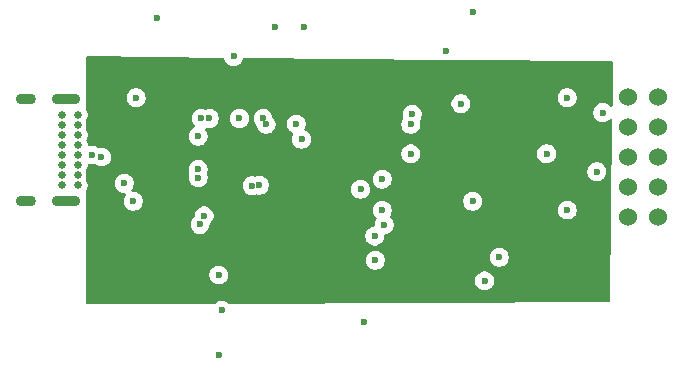
<source format=gbr>
%TF.GenerationSoftware,KiCad,Pcbnew,9.0.3*%
%TF.CreationDate,2025-07-20T22:32:54-06:00*%
%TF.ProjectId,bare_mega_1284,62617265-5f6d-4656-9761-5f313238342e,rev?*%
%TF.SameCoordinates,Original*%
%TF.FileFunction,Copper,L2,Inr*%
%TF.FilePolarity,Positive*%
%FSLAX46Y46*%
G04 Gerber Fmt 4.6, Leading zero omitted, Abs format (unit mm)*
G04 Created by KiCad (PCBNEW 9.0.3) date 2025-07-20 22:32:54*
%MOMM*%
%LPD*%
G01*
G04 APERTURE LIST*
%TA.AperFunction,ComponentPad*%
%ADD10C,0.650000*%
%TD*%
%TA.AperFunction,ComponentPad*%
%ADD11O,1.700000X0.900000*%
%TD*%
%TA.AperFunction,ComponentPad*%
%ADD12O,2.400000X0.900000*%
%TD*%
%TA.AperFunction,ComponentPad*%
%ADD13C,1.524000*%
%TD*%
%TA.AperFunction,ViaPad*%
%ADD14C,0.600000*%
%TD*%
G04 APERTURE END LIST*
D10*
%TO.N,GND*%
%TO.C,J1*%
X121860000Y-95675000D03*
%TO.N,+5V*%
X121860000Y-96525000D03*
%TO.N,Net-(J1-CC1)*%
X121860000Y-97375000D03*
%TO.N,/D_P*%
X121860000Y-98225000D03*
%TO.N,/D_N*%
X121860000Y-99075000D03*
%TO.N,unconnected-(J1-SBU1-PadA8)*%
X121860000Y-99925000D03*
%TO.N,+5V*%
X121860000Y-100775000D03*
%TO.N,GND*%
X121860000Y-101625000D03*
X120510000Y-101625000D03*
%TO.N,+5V*%
X120510000Y-100775000D03*
%TO.N,Net-(J1-CC2)*%
X120510000Y-99925000D03*
%TO.N,/D_P*%
X120510000Y-99075000D03*
%TO.N,/D_N*%
X120510000Y-98225000D03*
%TO.N,unconnected-(J1-SBU2-PadB8)*%
X120510000Y-97375000D03*
%TO.N,+5V*%
X120510000Y-96525000D03*
%TO.N,GND*%
X120510000Y-95675000D03*
D11*
X117500000Y-94325000D03*
X117500000Y-102975000D03*
D12*
X120880000Y-94325000D03*
X120880000Y-102975000D03*
%TD*%
D13*
%TO.N,GND*%
%TO.C,CON1*%
X168410000Y-94140000D03*
%TO.N,/MISO*%
X170950000Y-94140000D03*
%TO.N,GND*%
X168410000Y-96680000D03*
%TO.N,/SCK*%
X170950000Y-96680000D03*
%TO.N,unconnected-(CON1-Pad6)*%
X168410000Y-99220000D03*
%TO.N,/RES*%
X170950000Y-99220000D03*
%TO.N,unconnected-(CON1-Pad4)*%
X168410000Y-101760000D03*
%TO.N,unconnected-(CON1-Pad3)*%
X170950000Y-101760000D03*
%TO.N,+5V*%
X168410000Y-104300000D03*
%TO.N,/MOSI*%
X170950000Y-104300000D03*
%TD*%
D14*
%TO.N,Net-(U2-RESET#)*%
X140800000Y-97730000D03*
X140359999Y-96442812D03*
%TO.N,+5V*%
X136050000Y-92980000D03*
X136300000Y-92230000D03*
X136300000Y-92230000D03*
X136300000Y-92230000D03*
X136300000Y-92230000D03*
X136300000Y-92230000D03*
X136300000Y-92230000D03*
X136300000Y-92230000D03*
X135300000Y-92230000D03*
X135300000Y-92230000D03*
X135300000Y-92230000D03*
X166550000Y-104230000D03*
%TO.N,Net-(U1-(PCINT26{slash}RXD1{slash}INT0)_PD2)*%
X146050000Y-113230000D03*
%TO.N,/MISO*%
X150166835Y-95613165D03*
X166300000Y-95480000D03*
%TO.N,/SCK*%
X150050000Y-96480000D03*
X165800000Y-100480000D03*
%TO.N,Net-(U1-(PCINT26{slash}RXD1{slash}INT0)_PD2)*%
X147800000Y-104980000D03*
%TO.N,/TXD*%
X147636835Y-101114010D03*
X132202760Y-104950713D03*
%TO.N,/RXD*%
X132550000Y-104230000D03*
X147636835Y-103730000D03*
%TO.N,/XTAL2*%
X147050000Y-107980000D03*
X146994153Y-105937318D03*
%TO.N,Net-(J1-CC1)*%
X125800000Y-101480000D03*
%TO.N,+5V*%
X123300000Y-95730000D03*
X123050000Y-100730000D03*
X146050000Y-91730000D03*
X153550000Y-91480000D03*
X155300000Y-91730000D03*
X144300000Y-94480000D03*
X145800000Y-96730000D03*
X147300000Y-97980000D03*
X154300000Y-105950802D03*
X151800000Y-107730000D03*
X123300000Y-105730000D03*
X129300000Y-101480000D03*
X137800000Y-104480000D03*
X142550000Y-103480000D03*
X133300000Y-93230000D03*
%TO.N,GND*%
X126800000Y-94230000D03*
X126550000Y-102980000D03*
X157551000Y-107730000D03*
X156300000Y-109730000D03*
X133800000Y-109230000D03*
X133800000Y-115980000D03*
X134050000Y-112230000D03*
X133000003Y-95980000D03*
X132300000Y-95980000D03*
X132050000Y-97480000D03*
X132050000Y-100279997D03*
X132050000Y-100980000D03*
X136605297Y-101661942D03*
X137235671Y-101631975D03*
X137800000Y-96480000D03*
X137550000Y-95980000D03*
X135550000Y-95980000D03*
X145800000Y-101980000D03*
X154300000Y-94730000D03*
X150050000Y-98980000D03*
X155300000Y-102980000D03*
X161550000Y-98970000D03*
X163300000Y-103730000D03*
X163300000Y-94230000D03*
X155300000Y-86980000D03*
X153050000Y-90230000D03*
X141050000Y-88230000D03*
X138550000Y-88230000D03*
X135050000Y-90730000D03*
X128550000Y-87480000D03*
%TO.N,/D_P*%
X123864232Y-99243871D03*
%TO.N,/D_N*%
X123082256Y-99075000D03*
%TD*%
%TA.AperFunction,Conductor*%
%TO.N,+5V*%
G36*
X134154166Y-90835492D02*
G01*
X134221020Y-90855784D01*
X134266293Y-90909002D01*
X134274652Y-90935292D01*
X134280262Y-90963494D01*
X134280264Y-90963501D01*
X134340602Y-91109172D01*
X134340609Y-91109185D01*
X134428210Y-91240288D01*
X134428213Y-91240292D01*
X134539707Y-91351786D01*
X134539711Y-91351789D01*
X134670814Y-91439390D01*
X134670827Y-91439397D01*
X134816498Y-91499735D01*
X134816503Y-91499737D01*
X134971153Y-91530499D01*
X134971156Y-91530500D01*
X134971158Y-91530500D01*
X135128844Y-91530500D01*
X135128845Y-91530499D01*
X135283497Y-91499737D01*
X135429179Y-91439394D01*
X135560289Y-91351789D01*
X135671789Y-91240289D01*
X135759394Y-91109179D01*
X135819737Y-90963497D01*
X135822108Y-90951575D01*
X135854488Y-90889667D01*
X135915202Y-90855090D01*
X135944841Y-90851771D01*
X152833385Y-91005303D01*
X152856429Y-91007678D01*
X152952388Y-91026766D01*
X152971157Y-91030500D01*
X152971158Y-91030500D01*
X153128844Y-91030500D01*
X153150755Y-91026141D01*
X153224537Y-91011464D01*
X153249833Y-91009089D01*
X167056394Y-91134603D01*
X167123252Y-91154896D01*
X167168525Y-91208114D01*
X167179258Y-91260129D01*
X167134511Y-94884610D01*
X167114000Y-94951401D01*
X167060635Y-94996501D01*
X166991359Y-95005590D01*
X166928167Y-94975782D01*
X166922839Y-94970760D01*
X166810292Y-94858213D01*
X166810288Y-94858210D01*
X166679185Y-94770609D01*
X166679172Y-94770602D01*
X166533501Y-94710264D01*
X166533489Y-94710261D01*
X166378845Y-94679500D01*
X166378842Y-94679500D01*
X166221158Y-94679500D01*
X166221155Y-94679500D01*
X166066510Y-94710261D01*
X166066498Y-94710264D01*
X165920827Y-94770602D01*
X165920814Y-94770609D01*
X165789711Y-94858210D01*
X165789707Y-94858213D01*
X165678213Y-94969707D01*
X165678210Y-94969711D01*
X165590609Y-95100814D01*
X165590602Y-95100827D01*
X165530264Y-95246498D01*
X165530261Y-95246510D01*
X165499500Y-95401153D01*
X165499500Y-95558846D01*
X165530261Y-95713489D01*
X165530264Y-95713501D01*
X165590602Y-95859172D01*
X165590609Y-95859185D01*
X165678210Y-95990288D01*
X165678213Y-95990292D01*
X165789707Y-96101786D01*
X165789711Y-96101789D01*
X165920814Y-96189390D01*
X165920827Y-96189397D01*
X166066498Y-96249735D01*
X166066503Y-96249737D01*
X166221153Y-96280499D01*
X166221156Y-96280500D01*
X166221158Y-96280500D01*
X166378844Y-96280500D01*
X166378845Y-96280499D01*
X166533497Y-96249737D01*
X166650616Y-96201225D01*
X166679172Y-96189397D01*
X166679172Y-96189396D01*
X166679179Y-96189394D01*
X166810289Y-96101789D01*
X166907917Y-96004160D01*
X166969238Y-95970677D01*
X167038930Y-95975661D01*
X167094864Y-96017532D01*
X167119281Y-96082996D01*
X167119588Y-96093374D01*
X166930619Y-111399841D01*
X166910108Y-111466632D01*
X166856743Y-111511732D01*
X166807128Y-111522309D01*
X134655893Y-111651951D01*
X134588775Y-111632537D01*
X134567712Y-111615633D01*
X134560292Y-111608213D01*
X134560288Y-111608210D01*
X134429185Y-111520609D01*
X134429172Y-111520602D01*
X134283501Y-111460264D01*
X134283489Y-111460261D01*
X134128845Y-111429500D01*
X134128842Y-111429500D01*
X133971158Y-111429500D01*
X133971155Y-111429500D01*
X133816510Y-111460261D01*
X133816498Y-111460264D01*
X133670827Y-111520602D01*
X133670814Y-111520609D01*
X133539714Y-111608208D01*
X133539712Y-111608209D01*
X133527381Y-111620540D01*
X133466056Y-111654021D01*
X133440205Y-111656852D01*
X122674500Y-111700263D01*
X122607382Y-111680849D01*
X122561414Y-111628230D01*
X122550000Y-111576264D01*
X122550000Y-109151153D01*
X132999500Y-109151153D01*
X132999500Y-109308846D01*
X133030261Y-109463489D01*
X133030264Y-109463501D01*
X133090602Y-109609172D01*
X133090609Y-109609185D01*
X133178210Y-109740288D01*
X133178213Y-109740292D01*
X133289707Y-109851786D01*
X133289711Y-109851789D01*
X133420814Y-109939390D01*
X133420827Y-109939397D01*
X133566498Y-109999735D01*
X133566503Y-109999737D01*
X133721153Y-110030499D01*
X133721156Y-110030500D01*
X133721158Y-110030500D01*
X133878844Y-110030500D01*
X133878845Y-110030499D01*
X134033497Y-109999737D01*
X134179179Y-109939394D01*
X134310289Y-109851789D01*
X134421789Y-109740289D01*
X134481348Y-109651153D01*
X155499500Y-109651153D01*
X155499500Y-109808846D01*
X155530261Y-109963489D01*
X155530264Y-109963501D01*
X155590602Y-110109172D01*
X155590609Y-110109185D01*
X155678210Y-110240288D01*
X155678213Y-110240292D01*
X155789707Y-110351786D01*
X155789711Y-110351789D01*
X155920814Y-110439390D01*
X155920827Y-110439397D01*
X156066498Y-110499735D01*
X156066503Y-110499737D01*
X156221153Y-110530499D01*
X156221156Y-110530500D01*
X156221158Y-110530500D01*
X156378844Y-110530500D01*
X156378845Y-110530499D01*
X156533497Y-110499737D01*
X156679179Y-110439394D01*
X156810289Y-110351789D01*
X156921789Y-110240289D01*
X157009394Y-110109179D01*
X157069737Y-109963497D01*
X157100500Y-109808842D01*
X157100500Y-109651158D01*
X157100500Y-109651155D01*
X157100499Y-109651153D01*
X157069738Y-109496510D01*
X157069737Y-109496503D01*
X157056062Y-109463489D01*
X157009397Y-109350827D01*
X157009390Y-109350814D01*
X156921789Y-109219711D01*
X156921786Y-109219707D01*
X156810292Y-109108213D01*
X156810288Y-109108210D01*
X156679185Y-109020609D01*
X156679172Y-109020602D01*
X156533501Y-108960264D01*
X156533489Y-108960261D01*
X156378845Y-108929500D01*
X156378842Y-108929500D01*
X156221158Y-108929500D01*
X156221155Y-108929500D01*
X156066510Y-108960261D01*
X156066498Y-108960264D01*
X155920827Y-109020602D01*
X155920814Y-109020609D01*
X155789711Y-109108210D01*
X155789707Y-109108213D01*
X155678213Y-109219707D01*
X155678210Y-109219711D01*
X155590609Y-109350814D01*
X155590602Y-109350827D01*
X155530264Y-109496498D01*
X155530261Y-109496510D01*
X155499500Y-109651153D01*
X134481348Y-109651153D01*
X134509394Y-109609179D01*
X134569737Y-109463497D01*
X134600500Y-109308842D01*
X134600500Y-109151158D01*
X134600500Y-109151155D01*
X134600499Y-109151153D01*
X134574531Y-109020606D01*
X134569737Y-108996503D01*
X134569735Y-108996498D01*
X134509397Y-108850827D01*
X134509390Y-108850814D01*
X134421789Y-108719711D01*
X134421786Y-108719707D01*
X134310292Y-108608213D01*
X134310288Y-108608210D01*
X134179185Y-108520609D01*
X134179172Y-108520602D01*
X134033501Y-108460264D01*
X134033489Y-108460261D01*
X133878845Y-108429500D01*
X133878842Y-108429500D01*
X133721158Y-108429500D01*
X133721155Y-108429500D01*
X133566510Y-108460261D01*
X133566498Y-108460264D01*
X133420827Y-108520602D01*
X133420814Y-108520609D01*
X133289711Y-108608210D01*
X133289707Y-108608213D01*
X133178213Y-108719707D01*
X133178210Y-108719711D01*
X133090609Y-108850814D01*
X133090602Y-108850827D01*
X133030264Y-108996498D01*
X133030261Y-108996510D01*
X132999500Y-109151153D01*
X122550000Y-109151153D01*
X122550000Y-107901153D01*
X146249500Y-107901153D01*
X146249500Y-108058846D01*
X146280261Y-108213489D01*
X146280264Y-108213501D01*
X146340602Y-108359172D01*
X146340609Y-108359185D01*
X146428210Y-108490288D01*
X146428213Y-108490292D01*
X146539707Y-108601786D01*
X146539711Y-108601789D01*
X146670814Y-108689390D01*
X146670827Y-108689397D01*
X146744013Y-108719711D01*
X146816503Y-108749737D01*
X146971153Y-108780499D01*
X146971156Y-108780500D01*
X146971158Y-108780500D01*
X147128844Y-108780500D01*
X147128845Y-108780499D01*
X147283497Y-108749737D01*
X147429179Y-108689394D01*
X147560289Y-108601789D01*
X147671789Y-108490289D01*
X147759394Y-108359179D01*
X147819737Y-108213497D01*
X147850500Y-108058842D01*
X147850500Y-107901158D01*
X147850500Y-107901155D01*
X147850499Y-107901153D01*
X147819738Y-107746510D01*
X147819737Y-107746503D01*
X147780242Y-107651153D01*
X156750500Y-107651153D01*
X156750500Y-107808846D01*
X156781261Y-107963489D01*
X156781264Y-107963501D01*
X156841602Y-108109172D01*
X156841609Y-108109185D01*
X156929210Y-108240288D01*
X156929213Y-108240292D01*
X157040707Y-108351786D01*
X157040711Y-108351789D01*
X157171814Y-108439390D01*
X157171827Y-108439397D01*
X157317498Y-108499735D01*
X157317503Y-108499737D01*
X157472153Y-108530499D01*
X157472156Y-108530500D01*
X157472158Y-108530500D01*
X157629844Y-108530500D01*
X157629845Y-108530499D01*
X157784497Y-108499737D01*
X157930179Y-108439394D01*
X158061289Y-108351789D01*
X158172789Y-108240289D01*
X158260394Y-108109179D01*
X158320737Y-107963497D01*
X158351500Y-107808842D01*
X158351500Y-107651158D01*
X158351500Y-107651155D01*
X158351499Y-107651153D01*
X158320738Y-107496510D01*
X158320737Y-107496503D01*
X158320735Y-107496498D01*
X158260397Y-107350827D01*
X158260390Y-107350814D01*
X158172789Y-107219711D01*
X158172786Y-107219707D01*
X158061292Y-107108213D01*
X158061288Y-107108210D01*
X157930185Y-107020609D01*
X157930172Y-107020602D01*
X157784501Y-106960264D01*
X157784489Y-106960261D01*
X157629845Y-106929500D01*
X157629842Y-106929500D01*
X157472158Y-106929500D01*
X157472155Y-106929500D01*
X157317510Y-106960261D01*
X157317498Y-106960264D01*
X157171827Y-107020602D01*
X157171814Y-107020609D01*
X157040711Y-107108210D01*
X157040707Y-107108213D01*
X156929213Y-107219707D01*
X156929210Y-107219711D01*
X156841609Y-107350814D01*
X156841602Y-107350827D01*
X156781264Y-107496498D01*
X156781261Y-107496510D01*
X156750500Y-107651153D01*
X147780242Y-107651153D01*
X147779933Y-107650408D01*
X147759397Y-107600827D01*
X147759390Y-107600814D01*
X147671789Y-107469711D01*
X147671786Y-107469707D01*
X147560292Y-107358213D01*
X147560288Y-107358210D01*
X147429185Y-107270609D01*
X147429172Y-107270602D01*
X147283501Y-107210264D01*
X147283489Y-107210261D01*
X147128845Y-107179500D01*
X147128842Y-107179500D01*
X146971158Y-107179500D01*
X146971155Y-107179500D01*
X146816510Y-107210261D01*
X146816498Y-107210264D01*
X146670827Y-107270602D01*
X146670814Y-107270609D01*
X146539711Y-107358210D01*
X146539707Y-107358213D01*
X146428213Y-107469707D01*
X146428210Y-107469711D01*
X146340609Y-107600814D01*
X146340602Y-107600827D01*
X146280264Y-107746498D01*
X146280261Y-107746510D01*
X146249500Y-107901153D01*
X122550000Y-107901153D01*
X122550000Y-105858471D01*
X146193653Y-105858471D01*
X146193653Y-106016164D01*
X146224414Y-106170807D01*
X146224417Y-106170819D01*
X146284755Y-106316490D01*
X146284762Y-106316503D01*
X146372363Y-106447606D01*
X146372366Y-106447610D01*
X146483860Y-106559104D01*
X146483864Y-106559107D01*
X146614967Y-106646708D01*
X146614980Y-106646715D01*
X146760651Y-106707053D01*
X146760656Y-106707055D01*
X146915306Y-106737817D01*
X146915309Y-106737818D01*
X146915311Y-106737818D01*
X147072997Y-106737818D01*
X147072998Y-106737817D01*
X147227650Y-106707055D01*
X147373332Y-106646712D01*
X147504442Y-106559107D01*
X147615942Y-106447607D01*
X147703547Y-106316497D01*
X147763890Y-106170815D01*
X147794653Y-106016160D01*
X147794653Y-105899010D01*
X147814338Y-105831971D01*
X147867142Y-105786216D01*
X147894462Y-105777393D01*
X147901635Y-105775966D01*
X148033497Y-105749737D01*
X148179179Y-105689394D01*
X148310289Y-105601789D01*
X148421789Y-105490289D01*
X148509394Y-105359179D01*
X148521523Y-105329898D01*
X148569735Y-105213501D01*
X148569737Y-105213497D01*
X148600500Y-105058842D01*
X148600500Y-104901158D01*
X148600500Y-104901155D01*
X148600499Y-104901153D01*
X148569738Y-104746510D01*
X148569737Y-104746503D01*
X148557604Y-104717211D01*
X148509397Y-104600827D01*
X148509390Y-104600814D01*
X148421789Y-104469711D01*
X148421786Y-104469707D01*
X148305982Y-104353903D01*
X148307487Y-104352397D01*
X148273579Y-104302629D01*
X148271701Y-104232785D01*
X148288471Y-104195618D01*
X148346229Y-104109179D01*
X148406572Y-103963497D01*
X148437335Y-103808842D01*
X148437335Y-103651158D01*
X148437335Y-103651155D01*
X148437334Y-103651153D01*
X148411366Y-103520606D01*
X148406572Y-103496503D01*
X148403998Y-103490288D01*
X148346232Y-103350827D01*
X148346225Y-103350814D01*
X148258624Y-103219711D01*
X148258621Y-103219707D01*
X148147127Y-103108213D01*
X148147123Y-103108210D01*
X148016020Y-103020609D01*
X148016008Y-103020602D01*
X147989509Y-103009627D01*
X147870336Y-102960264D01*
X147870324Y-102960261D01*
X147715680Y-102929500D01*
X147715677Y-102929500D01*
X147557993Y-102929500D01*
X147557990Y-102929500D01*
X147403345Y-102960261D01*
X147403333Y-102960264D01*
X147257662Y-103020602D01*
X147257649Y-103020609D01*
X147126546Y-103108210D01*
X147126542Y-103108213D01*
X147015048Y-103219707D01*
X147015045Y-103219711D01*
X146927444Y-103350814D01*
X146927437Y-103350827D01*
X146867099Y-103496498D01*
X146867096Y-103496510D01*
X146836335Y-103651153D01*
X146836335Y-103808846D01*
X146867096Y-103963489D01*
X146867099Y-103963501D01*
X146927437Y-104109172D01*
X146927444Y-104109185D01*
X147015045Y-104240288D01*
X147015048Y-104240292D01*
X147130853Y-104356097D01*
X147129349Y-104357600D01*
X147163261Y-104407392D01*
X147165127Y-104477236D01*
X147148362Y-104514381D01*
X147090608Y-104600816D01*
X147090602Y-104600827D01*
X147030264Y-104746498D01*
X147030261Y-104746510D01*
X146999500Y-104901153D01*
X146999500Y-105018307D01*
X146979815Y-105085346D01*
X146927011Y-105131101D01*
X146899692Y-105139924D01*
X146760661Y-105167579D01*
X146760651Y-105167582D01*
X146614980Y-105227920D01*
X146614967Y-105227927D01*
X146483864Y-105315528D01*
X146483860Y-105315531D01*
X146372366Y-105427025D01*
X146372363Y-105427029D01*
X146284762Y-105558132D01*
X146284755Y-105558145D01*
X146224417Y-105703816D01*
X146224414Y-105703828D01*
X146193653Y-105858471D01*
X122550000Y-105858471D01*
X122550000Y-104871866D01*
X131402260Y-104871866D01*
X131402260Y-105029559D01*
X131433021Y-105184202D01*
X131433024Y-105184214D01*
X131493362Y-105329885D01*
X131493369Y-105329898D01*
X131580970Y-105461001D01*
X131580973Y-105461005D01*
X131692467Y-105572499D01*
X131692471Y-105572502D01*
X131823574Y-105660103D01*
X131823587Y-105660110D01*
X131969258Y-105720448D01*
X131969263Y-105720450D01*
X132116488Y-105749735D01*
X132123913Y-105751212D01*
X132123916Y-105751213D01*
X132123918Y-105751213D01*
X132281604Y-105751213D01*
X132384392Y-105730767D01*
X132384392Y-105730766D01*
X132436257Y-105720450D01*
X132581939Y-105660107D01*
X132713049Y-105572502D01*
X132824549Y-105461002D01*
X132912154Y-105329892D01*
X132918103Y-105315531D01*
X132972495Y-105184214D01*
X132972497Y-105184210D01*
X133003260Y-105029555D01*
X133003260Y-104956173D01*
X133022945Y-104889134D01*
X133055700Y-104855789D01*
X133055585Y-104855649D01*
X133056892Y-104854575D01*
X133058372Y-104853069D01*
X133060289Y-104851789D01*
X133171789Y-104740289D01*
X133259394Y-104609179D01*
X133262854Y-104600827D01*
X133298660Y-104514381D01*
X133319737Y-104463497D01*
X133350500Y-104308842D01*
X133350500Y-104151158D01*
X133350500Y-104151155D01*
X133350499Y-104151153D01*
X133319738Y-103996510D01*
X133319737Y-103996503D01*
X133275197Y-103888973D01*
X133259397Y-103850827D01*
X133259390Y-103850814D01*
X133171789Y-103719711D01*
X133171786Y-103719707D01*
X133060292Y-103608213D01*
X133060288Y-103608210D01*
X132929185Y-103520609D01*
X132929172Y-103520602D01*
X132783501Y-103460264D01*
X132783489Y-103460261D01*
X132628845Y-103429500D01*
X132628842Y-103429500D01*
X132471158Y-103429500D01*
X132471155Y-103429500D01*
X132316510Y-103460261D01*
X132316498Y-103460264D01*
X132170827Y-103520602D01*
X132170814Y-103520609D01*
X132039711Y-103608210D01*
X132039707Y-103608213D01*
X131928213Y-103719707D01*
X131928210Y-103719711D01*
X131840609Y-103850814D01*
X131840602Y-103850827D01*
X131780264Y-103996498D01*
X131780261Y-103996510D01*
X131749500Y-104151153D01*
X131749500Y-104224538D01*
X131729815Y-104291577D01*
X131697064Y-104324920D01*
X131697179Y-104325060D01*
X131695885Y-104326121D01*
X131694399Y-104327635D01*
X131692472Y-104328922D01*
X131692467Y-104328926D01*
X131580973Y-104440420D01*
X131580970Y-104440424D01*
X131493369Y-104571527D01*
X131493362Y-104571540D01*
X131433024Y-104717211D01*
X131433021Y-104717223D01*
X131402260Y-104871866D01*
X122550000Y-104871866D01*
X122550000Y-103234161D01*
X122552383Y-103209969D01*
X122580500Y-103068618D01*
X122580500Y-102881383D01*
X122580499Y-102881380D01*
X122552383Y-102740029D01*
X122550000Y-102715838D01*
X122550000Y-102115817D01*
X122569685Y-102048778D01*
X122570899Y-102046925D01*
X122591543Y-102016029D01*
X122591544Y-102016026D01*
X122591548Y-102016021D01*
X122593562Y-102011160D01*
X122633595Y-101914510D01*
X122653776Y-101865789D01*
X122664157Y-101813598D01*
X122685500Y-101706307D01*
X122685500Y-101543692D01*
X122660748Y-101419258D01*
X122657146Y-101401153D01*
X124999500Y-101401153D01*
X124999500Y-101558846D01*
X125030261Y-101713489D01*
X125030264Y-101713501D01*
X125090602Y-101859172D01*
X125090609Y-101859185D01*
X125178210Y-101990288D01*
X125178213Y-101990292D01*
X125289707Y-102101786D01*
X125289711Y-102101789D01*
X125420814Y-102189390D01*
X125420827Y-102189397D01*
X125554178Y-102244632D01*
X125566503Y-102249737D01*
X125721153Y-102280499D01*
X125721156Y-102280500D01*
X125822650Y-102280500D01*
X125889689Y-102300185D01*
X125935444Y-102352989D01*
X125945388Y-102422147D01*
X125925752Y-102473391D01*
X125840609Y-102600814D01*
X125840602Y-102600827D01*
X125780264Y-102746498D01*
X125780261Y-102746510D01*
X125749500Y-102901153D01*
X125749500Y-103058846D01*
X125780261Y-103213489D01*
X125780264Y-103213501D01*
X125840602Y-103359172D01*
X125840609Y-103359185D01*
X125928210Y-103490288D01*
X125928213Y-103490292D01*
X126039707Y-103601786D01*
X126039711Y-103601789D01*
X126170814Y-103689390D01*
X126170827Y-103689397D01*
X126244013Y-103719711D01*
X126316503Y-103749737D01*
X126471153Y-103780499D01*
X126471156Y-103780500D01*
X126471158Y-103780500D01*
X126628844Y-103780500D01*
X126628845Y-103780499D01*
X126783497Y-103749737D01*
X126929179Y-103689394D01*
X127060289Y-103601789D01*
X127171789Y-103490289D01*
X127259394Y-103359179D01*
X127262854Y-103350827D01*
X127273067Y-103326166D01*
X127319737Y-103213497D01*
X127350500Y-103058842D01*
X127350500Y-102901158D01*
X127350500Y-102901155D01*
X127350499Y-102901153D01*
X154499500Y-102901153D01*
X154499500Y-103058846D01*
X154530261Y-103213489D01*
X154530264Y-103213501D01*
X154590602Y-103359172D01*
X154590609Y-103359185D01*
X154678210Y-103490288D01*
X154678213Y-103490292D01*
X154789707Y-103601786D01*
X154789711Y-103601789D01*
X154920814Y-103689390D01*
X154920827Y-103689397D01*
X154994013Y-103719711D01*
X155066503Y-103749737D01*
X155221153Y-103780499D01*
X155221156Y-103780500D01*
X155221158Y-103780500D01*
X155378844Y-103780500D01*
X155378845Y-103780499D01*
X155533497Y-103749737D01*
X155679179Y-103689394D01*
X155736411Y-103651153D01*
X162499500Y-103651153D01*
X162499500Y-103808846D01*
X162530261Y-103963489D01*
X162530264Y-103963501D01*
X162590602Y-104109172D01*
X162590609Y-104109185D01*
X162678210Y-104240288D01*
X162678213Y-104240292D01*
X162789707Y-104351786D01*
X162789711Y-104351789D01*
X162920814Y-104439390D01*
X162920827Y-104439397D01*
X162994013Y-104469711D01*
X163066503Y-104499737D01*
X163221153Y-104530499D01*
X163221156Y-104530500D01*
X163221158Y-104530500D01*
X163378844Y-104530500D01*
X163378845Y-104530499D01*
X163533497Y-104499737D01*
X163646166Y-104453067D01*
X163679172Y-104439397D01*
X163679172Y-104439396D01*
X163679179Y-104439394D01*
X163810289Y-104351789D01*
X163921789Y-104240289D01*
X164009394Y-104109179D01*
X164069737Y-103963497D01*
X164100500Y-103808842D01*
X164100500Y-103651158D01*
X164100500Y-103651155D01*
X164100499Y-103651153D01*
X164074531Y-103520606D01*
X164069737Y-103496503D01*
X164067163Y-103490288D01*
X164009397Y-103350827D01*
X164009390Y-103350814D01*
X163921789Y-103219711D01*
X163921786Y-103219707D01*
X163810292Y-103108213D01*
X163810288Y-103108210D01*
X163679185Y-103020609D01*
X163679172Y-103020602D01*
X163533501Y-102960264D01*
X163533489Y-102960261D01*
X163378845Y-102929500D01*
X163378842Y-102929500D01*
X163221158Y-102929500D01*
X163221155Y-102929500D01*
X163066510Y-102960261D01*
X163066498Y-102960264D01*
X162920827Y-103020602D01*
X162920814Y-103020609D01*
X162789711Y-103108210D01*
X162789707Y-103108213D01*
X162678213Y-103219707D01*
X162678210Y-103219711D01*
X162590609Y-103350814D01*
X162590602Y-103350827D01*
X162530264Y-103496498D01*
X162530261Y-103496510D01*
X162499500Y-103651153D01*
X155736411Y-103651153D01*
X155810289Y-103601789D01*
X155831170Y-103580908D01*
X155854694Y-103557385D01*
X155921786Y-103490292D01*
X155921789Y-103490289D01*
X156009394Y-103359179D01*
X156012854Y-103350827D01*
X156023067Y-103326166D01*
X156069737Y-103213497D01*
X156100500Y-103058842D01*
X156100500Y-102901158D01*
X156100500Y-102901155D01*
X156100499Y-102901153D01*
X156069738Y-102746510D01*
X156069737Y-102746503D01*
X156009794Y-102601786D01*
X156009397Y-102600827D01*
X156009390Y-102600814D01*
X155921789Y-102469711D01*
X155921786Y-102469707D01*
X155810292Y-102358213D01*
X155810288Y-102358210D01*
X155679185Y-102270609D01*
X155679172Y-102270602D01*
X155533501Y-102210264D01*
X155533489Y-102210261D01*
X155378845Y-102179500D01*
X155378842Y-102179500D01*
X155221158Y-102179500D01*
X155221155Y-102179500D01*
X155066510Y-102210261D01*
X155066498Y-102210264D01*
X154920827Y-102270602D01*
X154920814Y-102270609D01*
X154789711Y-102358210D01*
X154789707Y-102358213D01*
X154678213Y-102469707D01*
X154678210Y-102469711D01*
X154590609Y-102600814D01*
X154590602Y-102600827D01*
X154530264Y-102746498D01*
X154530261Y-102746510D01*
X154499500Y-102901153D01*
X127350499Y-102901153D01*
X127319738Y-102746510D01*
X127319737Y-102746503D01*
X127259794Y-102601786D01*
X127259397Y-102600827D01*
X127259390Y-102600814D01*
X127171789Y-102469711D01*
X127171786Y-102469707D01*
X127060292Y-102358213D01*
X127060288Y-102358210D01*
X126929185Y-102270609D01*
X126929172Y-102270602D01*
X126783501Y-102210264D01*
X126783489Y-102210261D01*
X126628845Y-102179500D01*
X126628842Y-102179500D01*
X126527350Y-102179500D01*
X126460311Y-102159815D01*
X126414556Y-102107011D01*
X126404612Y-102037853D01*
X126424248Y-101986609D01*
X126509390Y-101859185D01*
X126509390Y-101859184D01*
X126509394Y-101859179D01*
X126569737Y-101713497D01*
X126600500Y-101558842D01*
X126600500Y-101401158D01*
X126600500Y-101401155D01*
X126600499Y-101401153D01*
X126576951Y-101282769D01*
X126569737Y-101246503D01*
X126564551Y-101233982D01*
X126509397Y-101100827D01*
X126509390Y-101100814D01*
X126421789Y-100969711D01*
X126421786Y-100969707D01*
X126310292Y-100858213D01*
X126310288Y-100858210D01*
X126179185Y-100770609D01*
X126179172Y-100770602D01*
X126033501Y-100710264D01*
X126033489Y-100710261D01*
X125878845Y-100679500D01*
X125878842Y-100679500D01*
X125721158Y-100679500D01*
X125721155Y-100679500D01*
X125566510Y-100710261D01*
X125566498Y-100710264D01*
X125420827Y-100770602D01*
X125420814Y-100770609D01*
X125289711Y-100858210D01*
X125289707Y-100858213D01*
X125178213Y-100969707D01*
X125178210Y-100969711D01*
X125090609Y-101100814D01*
X125090602Y-101100827D01*
X125030264Y-101246498D01*
X125030261Y-101246510D01*
X124999500Y-101401153D01*
X122657146Y-101401153D01*
X122653777Y-101384216D01*
X122653776Y-101384215D01*
X122653776Y-101384211D01*
X122591548Y-101233979D01*
X122591542Y-101233970D01*
X122570897Y-101203071D01*
X122550020Y-101136394D01*
X122550000Y-101134182D01*
X122550000Y-100415817D01*
X122561122Y-100364489D01*
X122565295Y-100355310D01*
X122591548Y-100316021D01*
X122639129Y-100201150D01*
X131249500Y-100201150D01*
X131249500Y-100358843D01*
X131280260Y-100513485D01*
X131280263Y-100513495D01*
X131308865Y-100582546D01*
X131316334Y-100652015D01*
X131308868Y-100677442D01*
X131280263Y-100746503D01*
X131280262Y-100746507D01*
X131280261Y-100746510D01*
X131280260Y-100746511D01*
X131249500Y-100901153D01*
X131249500Y-101058846D01*
X131280261Y-101213489D01*
X131280264Y-101213501D01*
X131340602Y-101359172D01*
X131340609Y-101359185D01*
X131428210Y-101490288D01*
X131428213Y-101490292D01*
X131539707Y-101601786D01*
X131539711Y-101601789D01*
X131670814Y-101689390D01*
X131670827Y-101689397D01*
X131782846Y-101735796D01*
X131816503Y-101749737D01*
X131971153Y-101780499D01*
X131971156Y-101780500D01*
X131971158Y-101780500D01*
X132128844Y-101780500D01*
X132128845Y-101780499D01*
X132283497Y-101749737D01*
X132429179Y-101689394D01*
X132560289Y-101601789D01*
X132578983Y-101583095D01*
X135804797Y-101583095D01*
X135804797Y-101740788D01*
X135835558Y-101895431D01*
X135835561Y-101895443D01*
X135895899Y-102041114D01*
X135895906Y-102041127D01*
X135983507Y-102172230D01*
X135983510Y-102172234D01*
X136095004Y-102283728D01*
X136095008Y-102283731D01*
X136226111Y-102371332D01*
X136226124Y-102371339D01*
X136371795Y-102431677D01*
X136371800Y-102431679D01*
X136526450Y-102462441D01*
X136526453Y-102462442D01*
X136526455Y-102462442D01*
X136684141Y-102462442D01*
X136684142Y-102462441D01*
X136838794Y-102431679D01*
X136909207Y-102402512D01*
X136978672Y-102395044D01*
X136996265Y-102400211D01*
X136996347Y-102399944D01*
X137002163Y-102401707D01*
X137002174Y-102401712D01*
X137152817Y-102431677D01*
X137156824Y-102432474D01*
X137156827Y-102432475D01*
X137156829Y-102432475D01*
X137314515Y-102432475D01*
X137314516Y-102432474D01*
X137469168Y-102401712D01*
X137614850Y-102341369D01*
X137745960Y-102253764D01*
X137857460Y-102142264D01*
X137945065Y-102011154D01*
X137990629Y-101901153D01*
X144999500Y-101901153D01*
X144999500Y-102058846D01*
X145030261Y-102213489D01*
X145030264Y-102213501D01*
X145090602Y-102359172D01*
X145090609Y-102359185D01*
X145178210Y-102490288D01*
X145178213Y-102490292D01*
X145289707Y-102601786D01*
X145289711Y-102601789D01*
X145420814Y-102689390D01*
X145420827Y-102689397D01*
X145558683Y-102746498D01*
X145566503Y-102749737D01*
X145721153Y-102780499D01*
X145721156Y-102780500D01*
X145721158Y-102780500D01*
X145878844Y-102780500D01*
X145878845Y-102780499D01*
X146033497Y-102749737D01*
X146179179Y-102689394D01*
X146310289Y-102601789D01*
X146421789Y-102490289D01*
X146509394Y-102359179D01*
X146569737Y-102213497D01*
X146600500Y-102058842D01*
X146600500Y-101901158D01*
X146600500Y-101901155D01*
X146600499Y-101901153D01*
X146593402Y-101865476D01*
X146569737Y-101746503D01*
X146554956Y-101710819D01*
X146509397Y-101600827D01*
X146509390Y-101600814D01*
X146421789Y-101469711D01*
X146421786Y-101469707D01*
X146310292Y-101358213D01*
X146310288Y-101358210D01*
X146179185Y-101270609D01*
X146179172Y-101270602D01*
X146033501Y-101210264D01*
X146033489Y-101210261D01*
X145878845Y-101179500D01*
X145878842Y-101179500D01*
X145721158Y-101179500D01*
X145721155Y-101179500D01*
X145566510Y-101210261D01*
X145566498Y-101210264D01*
X145420827Y-101270602D01*
X145420814Y-101270609D01*
X145289711Y-101358210D01*
X145289707Y-101358213D01*
X145178213Y-101469707D01*
X145178210Y-101469711D01*
X145090609Y-101600814D01*
X145090602Y-101600827D01*
X145030264Y-101746498D01*
X145030261Y-101746510D01*
X144999500Y-101901153D01*
X137990629Y-101901153D01*
X138005408Y-101865472D01*
X138036171Y-101710817D01*
X138036171Y-101553133D01*
X138036171Y-101553130D01*
X138036170Y-101553128D01*
X138034293Y-101543692D01*
X138005408Y-101398478D01*
X137999501Y-101384216D01*
X137945068Y-101252802D01*
X137945061Y-101252789D01*
X137857460Y-101121686D01*
X137857457Y-101121682D01*
X137770938Y-101035163D01*
X146836335Y-101035163D01*
X146836335Y-101192856D01*
X146867096Y-101347499D01*
X146867099Y-101347511D01*
X146927437Y-101493182D01*
X146927444Y-101493195D01*
X147015045Y-101624298D01*
X147015048Y-101624302D01*
X147126542Y-101735796D01*
X147126546Y-101735799D01*
X147257649Y-101823400D01*
X147257662Y-101823407D01*
X147403333Y-101883745D01*
X147403338Y-101883747D01*
X147557988Y-101914509D01*
X147557991Y-101914510D01*
X147557993Y-101914510D01*
X147715679Y-101914510D01*
X147715680Y-101914509D01*
X147870332Y-101883747D01*
X148016014Y-101823404D01*
X148147124Y-101735799D01*
X148258624Y-101624299D01*
X148346229Y-101493189D01*
X148355956Y-101469707D01*
X148402138Y-101358211D01*
X148406572Y-101347507D01*
X148437335Y-101192852D01*
X148437335Y-101035168D01*
X148437335Y-101035165D01*
X148437334Y-101035163D01*
X148432366Y-101010186D01*
X148406572Y-100880513D01*
X148399002Y-100862237D01*
X148346232Y-100734837D01*
X148346225Y-100734824D01*
X148258624Y-100603721D01*
X148258621Y-100603717D01*
X148147129Y-100492225D01*
X148147122Y-100492219D01*
X148016020Y-100404619D01*
X148016007Y-100404612D01*
X148007656Y-100401153D01*
X164999500Y-100401153D01*
X164999500Y-100558846D01*
X165030261Y-100713489D01*
X165030264Y-100713501D01*
X165090602Y-100859172D01*
X165090609Y-100859185D01*
X165178210Y-100990288D01*
X165178213Y-100990292D01*
X165289707Y-101101786D01*
X165289711Y-101101789D01*
X165420814Y-101189390D01*
X165420827Y-101189397D01*
X165558683Y-101246498D01*
X165566503Y-101249737D01*
X165695358Y-101275368D01*
X165721153Y-101280499D01*
X165721156Y-101280500D01*
X165721158Y-101280500D01*
X165878844Y-101280500D01*
X165878845Y-101280499D01*
X166033497Y-101249737D01*
X166179179Y-101189394D01*
X166310289Y-101101789D01*
X166421789Y-100990289D01*
X166509394Y-100859179D01*
X166569737Y-100713497D01*
X166600500Y-100558842D01*
X166600500Y-100401158D01*
X166600500Y-100401155D01*
X166600499Y-100401153D01*
X166569737Y-100246503D01*
X166569735Y-100246498D01*
X166509397Y-100100827D01*
X166509390Y-100100814D01*
X166421789Y-99969711D01*
X166421786Y-99969707D01*
X166310292Y-99858213D01*
X166310288Y-99858210D01*
X166179185Y-99770609D01*
X166179172Y-99770602D01*
X166033501Y-99710264D01*
X166033489Y-99710261D01*
X165878845Y-99679500D01*
X165878842Y-99679500D01*
X165721158Y-99679500D01*
X165721155Y-99679500D01*
X165566510Y-99710261D01*
X165566498Y-99710264D01*
X165420827Y-99770602D01*
X165420814Y-99770609D01*
X165289711Y-99858210D01*
X165289707Y-99858213D01*
X165178213Y-99969707D01*
X165178210Y-99969711D01*
X165090609Y-100100814D01*
X165090602Y-100100827D01*
X165030264Y-100246498D01*
X165030261Y-100246510D01*
X164999500Y-100401153D01*
X148007656Y-100401153D01*
X147870336Y-100344274D01*
X147870324Y-100344271D01*
X147715680Y-100313510D01*
X147715677Y-100313510D01*
X147557993Y-100313510D01*
X147557990Y-100313510D01*
X147403345Y-100344271D01*
X147403333Y-100344274D01*
X147257662Y-100404612D01*
X147257649Y-100404619D01*
X147126546Y-100492220D01*
X147126542Y-100492223D01*
X147015048Y-100603717D01*
X147015045Y-100603721D01*
X146927444Y-100734824D01*
X146927437Y-100734837D01*
X146867099Y-100880508D01*
X146867096Y-100880520D01*
X146836335Y-101035163D01*
X137770938Y-101035163D01*
X137745963Y-101010188D01*
X137745959Y-101010185D01*
X137614856Y-100922584D01*
X137614843Y-100922577D01*
X137469172Y-100862239D01*
X137469160Y-100862236D01*
X137314516Y-100831475D01*
X137314513Y-100831475D01*
X137156829Y-100831475D01*
X137156826Y-100831475D01*
X137002182Y-100862235D01*
X137002177Y-100862237D01*
X137002175Y-100862237D01*
X137002174Y-100862238D01*
X136958037Y-100880520D01*
X136931760Y-100891404D01*
X136862291Y-100898871D01*
X136844697Y-100893705D01*
X136844617Y-100893972D01*
X136838785Y-100892202D01*
X136684142Y-100861442D01*
X136684139Y-100861442D01*
X136526455Y-100861442D01*
X136526452Y-100861442D01*
X136371807Y-100892203D01*
X136371795Y-100892206D01*
X136226124Y-100952544D01*
X136226111Y-100952551D01*
X136095008Y-101040152D01*
X136095004Y-101040155D01*
X135983510Y-101151649D01*
X135983507Y-101151653D01*
X135895906Y-101282756D01*
X135895899Y-101282769D01*
X135835561Y-101428440D01*
X135835558Y-101428452D01*
X135804797Y-101583095D01*
X132578983Y-101583095D01*
X132671789Y-101490289D01*
X132759394Y-101359179D01*
X132819737Y-101213497D01*
X132850500Y-101058842D01*
X132850500Y-100901158D01*
X132850500Y-100901155D01*
X132850499Y-100901153D01*
X132824531Y-100770606D01*
X132819737Y-100746503D01*
X132791133Y-100677448D01*
X132783665Y-100607982D01*
X132791130Y-100582554D01*
X132819737Y-100513494D01*
X132850500Y-100358839D01*
X132850500Y-100201155D01*
X132850500Y-100201152D01*
X132850499Y-100201150D01*
X132819738Y-100046507D01*
X132819737Y-100046500D01*
X132803088Y-100006305D01*
X132759397Y-99900824D01*
X132759390Y-99900811D01*
X132671789Y-99769708D01*
X132671786Y-99769704D01*
X132560292Y-99658210D01*
X132560288Y-99658207D01*
X132429185Y-99570606D01*
X132429172Y-99570599D01*
X132283501Y-99510261D01*
X132283489Y-99510258D01*
X132128845Y-99479497D01*
X132128842Y-99479497D01*
X131971158Y-99479497D01*
X131971155Y-99479497D01*
X131816510Y-99510258D01*
X131816498Y-99510261D01*
X131670827Y-99570599D01*
X131670814Y-99570606D01*
X131539711Y-99658207D01*
X131539707Y-99658210D01*
X131428213Y-99769704D01*
X131428210Y-99769708D01*
X131340609Y-99900811D01*
X131340602Y-99900824D01*
X131280264Y-100046495D01*
X131280261Y-100046507D01*
X131249500Y-100201150D01*
X122639129Y-100201150D01*
X122653776Y-100165789D01*
X122684047Y-100013609D01*
X122685500Y-100006307D01*
X122685500Y-99962407D01*
X122705185Y-99895368D01*
X122757989Y-99849613D01*
X122827147Y-99839669D01*
X122845503Y-99843749D01*
X122848754Y-99844735D01*
X122848759Y-99844737D01*
X122848763Y-99844737D01*
X122848764Y-99844738D01*
X123003409Y-99875499D01*
X123003412Y-99875500D01*
X123003414Y-99875500D01*
X123161100Y-99875500D01*
X123161101Y-99875499D01*
X123210582Y-99865657D01*
X123270676Y-99853704D01*
X123340267Y-99859931D01*
X123363758Y-99872219D01*
X123485046Y-99953261D01*
X123485059Y-99953268D01*
X123630730Y-100013606D01*
X123630735Y-100013608D01*
X123775803Y-100042464D01*
X123785385Y-100044370D01*
X123785388Y-100044371D01*
X123785390Y-100044371D01*
X123943076Y-100044371D01*
X123943077Y-100044370D01*
X124097729Y-100013608D01*
X124243411Y-99953265D01*
X124374521Y-99865660D01*
X124486021Y-99754160D01*
X124573626Y-99623050D01*
X124633969Y-99477368D01*
X124664732Y-99322713D01*
X124664732Y-99165029D01*
X124664732Y-99165026D01*
X124664731Y-99165024D01*
X124655902Y-99120639D01*
X124633969Y-99010374D01*
X124633967Y-99010369D01*
X124605863Y-98942518D01*
X124588729Y-98901153D01*
X149249500Y-98901153D01*
X149249500Y-99058846D01*
X149280261Y-99213489D01*
X149280264Y-99213501D01*
X149340602Y-99359172D01*
X149340609Y-99359185D01*
X149428210Y-99490288D01*
X149428213Y-99490292D01*
X149539707Y-99601786D01*
X149539711Y-99601789D01*
X149670814Y-99689390D01*
X149670827Y-99689397D01*
X149792363Y-99739738D01*
X149816503Y-99749737D01*
X149971153Y-99780499D01*
X149971156Y-99780500D01*
X149971158Y-99780500D01*
X150128844Y-99780500D01*
X150128845Y-99780499D01*
X150283497Y-99749737D01*
X150429179Y-99689394D01*
X150560289Y-99601789D01*
X150671789Y-99490289D01*
X150759394Y-99359179D01*
X150819737Y-99213497D01*
X150850500Y-99058842D01*
X150850500Y-98901158D01*
X150848510Y-98891153D01*
X160749500Y-98891153D01*
X160749500Y-99048846D01*
X160780261Y-99203489D01*
X160780264Y-99203501D01*
X160840602Y-99349172D01*
X160840609Y-99349185D01*
X160928210Y-99480288D01*
X160928213Y-99480292D01*
X161039707Y-99591786D01*
X161039711Y-99591789D01*
X161170814Y-99679390D01*
X161170827Y-99679397D01*
X161245348Y-99710264D01*
X161316503Y-99739737D01*
X161467156Y-99769704D01*
X161471153Y-99770499D01*
X161471156Y-99770500D01*
X161471158Y-99770500D01*
X161628844Y-99770500D01*
X161628845Y-99770499D01*
X161783497Y-99739737D01*
X161896166Y-99693067D01*
X161929172Y-99679397D01*
X161929172Y-99679396D01*
X161929179Y-99679394D01*
X162060289Y-99591789D01*
X162171789Y-99480289D01*
X162259394Y-99349179D01*
X162270357Y-99322713D01*
X162319735Y-99203501D01*
X162319737Y-99203497D01*
X162350500Y-99048842D01*
X162350500Y-98891158D01*
X162350500Y-98891155D01*
X162350499Y-98891153D01*
X162345236Y-98864694D01*
X162319737Y-98736503D01*
X162318527Y-98733582D01*
X162259397Y-98590827D01*
X162259390Y-98590814D01*
X162171789Y-98459711D01*
X162171786Y-98459707D01*
X162060292Y-98348213D01*
X162060288Y-98348210D01*
X161929185Y-98260609D01*
X161929172Y-98260602D01*
X161783501Y-98200264D01*
X161783489Y-98200261D01*
X161628845Y-98169500D01*
X161628842Y-98169500D01*
X161471158Y-98169500D01*
X161471155Y-98169500D01*
X161316510Y-98200261D01*
X161316498Y-98200264D01*
X161170827Y-98260602D01*
X161170814Y-98260609D01*
X161039711Y-98348210D01*
X161039707Y-98348213D01*
X160928213Y-98459707D01*
X160928210Y-98459711D01*
X160840609Y-98590814D01*
X160840602Y-98590827D01*
X160780264Y-98736498D01*
X160780261Y-98736510D01*
X160749500Y-98891153D01*
X150848510Y-98891153D01*
X150819737Y-98746503D01*
X150793839Y-98683979D01*
X150759397Y-98600827D01*
X150759390Y-98600814D01*
X150671789Y-98469711D01*
X150671786Y-98469707D01*
X150560292Y-98358213D01*
X150560288Y-98358210D01*
X150429185Y-98270609D01*
X150429172Y-98270602D01*
X150283501Y-98210264D01*
X150283489Y-98210261D01*
X150128845Y-98179500D01*
X150128842Y-98179500D01*
X149971158Y-98179500D01*
X149971155Y-98179500D01*
X149816510Y-98210261D01*
X149816498Y-98210264D01*
X149670827Y-98270602D01*
X149670814Y-98270609D01*
X149539711Y-98358210D01*
X149539707Y-98358213D01*
X149428213Y-98469707D01*
X149428210Y-98469711D01*
X149340609Y-98600814D01*
X149340602Y-98600827D01*
X149280264Y-98746498D01*
X149280261Y-98746510D01*
X149249500Y-98901153D01*
X124588729Y-98901153D01*
X124573627Y-98864694D01*
X124573622Y-98864685D01*
X124486021Y-98733582D01*
X124486018Y-98733578D01*
X124374524Y-98622084D01*
X124374520Y-98622081D01*
X124243417Y-98534480D01*
X124243404Y-98534473D01*
X124097733Y-98474135D01*
X124097721Y-98474132D01*
X123943077Y-98443371D01*
X123943074Y-98443371D01*
X123785390Y-98443371D01*
X123785387Y-98443371D01*
X123675811Y-98465167D01*
X123606220Y-98458940D01*
X123582729Y-98446652D01*
X123461441Y-98365609D01*
X123461428Y-98365602D01*
X123315757Y-98305264D01*
X123315745Y-98305261D01*
X123161101Y-98274500D01*
X123161098Y-98274500D01*
X123003414Y-98274500D01*
X123003411Y-98274500D01*
X122848761Y-98305261D01*
X122845491Y-98306254D01*
X122843694Y-98306269D01*
X122842784Y-98306451D01*
X122842749Y-98306278D01*
X122775624Y-98306875D01*
X122716513Y-98269625D01*
X122686924Y-98206330D01*
X122685500Y-98187592D01*
X122685500Y-98143692D01*
X122653777Y-97984216D01*
X122653776Y-97984215D01*
X122653776Y-97984211D01*
X122597128Y-97847452D01*
X122589660Y-97777983D01*
X122597129Y-97752547D01*
X122613307Y-97713489D01*
X122653776Y-97615789D01*
X122685500Y-97456305D01*
X122685500Y-97401153D01*
X131249500Y-97401153D01*
X131249500Y-97558846D01*
X131280261Y-97713489D01*
X131280264Y-97713501D01*
X131340602Y-97859172D01*
X131340609Y-97859185D01*
X131428210Y-97990288D01*
X131428213Y-97990292D01*
X131539707Y-98101786D01*
X131539711Y-98101789D01*
X131670814Y-98189390D01*
X131670827Y-98189397D01*
X131816498Y-98249735D01*
X131816503Y-98249737D01*
X131971153Y-98280499D01*
X131971156Y-98280500D01*
X131971158Y-98280500D01*
X132128844Y-98280500D01*
X132128845Y-98280499D01*
X132283497Y-98249737D01*
X132429179Y-98189394D01*
X132560289Y-98101789D01*
X132671789Y-97990289D01*
X132759394Y-97859179D01*
X132819737Y-97713497D01*
X132850500Y-97558842D01*
X132850500Y-97401158D01*
X132850500Y-97401155D01*
X132850499Y-97401153D01*
X132829124Y-97293695D01*
X132819737Y-97246503D01*
X132819735Y-97246498D01*
X132759397Y-97100827D01*
X132759390Y-97100814D01*
X132671789Y-96969711D01*
X132671786Y-96969707D01*
X132662723Y-96960644D01*
X132629238Y-96899321D01*
X132634222Y-96829629D01*
X132676094Y-96773696D01*
X132741558Y-96749279D01*
X132774594Y-96751345D01*
X132804804Y-96757355D01*
X132921158Y-96780500D01*
X132921161Y-96780500D01*
X133078847Y-96780500D01*
X133078848Y-96780499D01*
X133233500Y-96749737D01*
X133379182Y-96689394D01*
X133510292Y-96601789D01*
X133621792Y-96490289D01*
X133709397Y-96359179D01*
X133769740Y-96213497D01*
X133800503Y-96058842D01*
X133800503Y-95901158D01*
X133800503Y-95901155D01*
X133800502Y-95901153D01*
X134749500Y-95901153D01*
X134749500Y-96058846D01*
X134780261Y-96213489D01*
X134780264Y-96213501D01*
X134840602Y-96359172D01*
X134840609Y-96359185D01*
X134928210Y-96490288D01*
X134928213Y-96490292D01*
X135039707Y-96601786D01*
X135039711Y-96601789D01*
X135170814Y-96689390D01*
X135170827Y-96689397D01*
X135315397Y-96749279D01*
X135316503Y-96749737D01*
X135465432Y-96779361D01*
X135471153Y-96780499D01*
X135471156Y-96780500D01*
X135471158Y-96780500D01*
X135628844Y-96780500D01*
X135628845Y-96780499D01*
X135783497Y-96749737D01*
X135929179Y-96689394D01*
X136060289Y-96601789D01*
X136171789Y-96490289D01*
X136259394Y-96359179D01*
X136319737Y-96213497D01*
X136350500Y-96058842D01*
X136350500Y-95901158D01*
X136350500Y-95901155D01*
X136350499Y-95901153D01*
X136749500Y-95901153D01*
X136749500Y-96058846D01*
X136780261Y-96213489D01*
X136780264Y-96213501D01*
X136840602Y-96359172D01*
X136840609Y-96359185D01*
X136928210Y-96490288D01*
X136928213Y-96490292D01*
X136973580Y-96535658D01*
X137007066Y-96596981D01*
X137007517Y-96599149D01*
X137030261Y-96713489D01*
X137030264Y-96713501D01*
X137090602Y-96859172D01*
X137090609Y-96859185D01*
X137178210Y-96990288D01*
X137178213Y-96990292D01*
X137289707Y-97101786D01*
X137289711Y-97101789D01*
X137420814Y-97189390D01*
X137420827Y-97189397D01*
X137494013Y-97219711D01*
X137566503Y-97249737D01*
X137721153Y-97280499D01*
X137721156Y-97280500D01*
X137721158Y-97280500D01*
X137878844Y-97280500D01*
X137878845Y-97280499D01*
X138033497Y-97249737D01*
X138179179Y-97189394D01*
X138310289Y-97101789D01*
X138421789Y-96990289D01*
X138509394Y-96859179D01*
X138513704Y-96848775D01*
X138544802Y-96773696D01*
X138569737Y-96713497D01*
X138600500Y-96558842D01*
X138600500Y-96401158D01*
X138600499Y-96401153D01*
X138596703Y-96382068D01*
X138596703Y-96382065D01*
X138593103Y-96363965D01*
X139559499Y-96363965D01*
X139559499Y-96521658D01*
X139590260Y-96676301D01*
X139590263Y-96676313D01*
X139650601Y-96821984D01*
X139650608Y-96821997D01*
X139738209Y-96953100D01*
X139738212Y-96953104D01*
X139849706Y-97064598D01*
X139849710Y-97064601D01*
X139980813Y-97152202D01*
X139980826Y-97152209D01*
X140031223Y-97173084D01*
X140085627Y-97216925D01*
X140107692Y-97283219D01*
X140093136Y-97346086D01*
X140090606Y-97350820D01*
X140030264Y-97496498D01*
X140030261Y-97496510D01*
X139999500Y-97651153D01*
X139999500Y-97808846D01*
X140030261Y-97963489D01*
X140030264Y-97963501D01*
X140090602Y-98109172D01*
X140090609Y-98109185D01*
X140178210Y-98240288D01*
X140178213Y-98240292D01*
X140289707Y-98351786D01*
X140289711Y-98351789D01*
X140420814Y-98439390D01*
X140420827Y-98439397D01*
X140516900Y-98479191D01*
X140566503Y-98499737D01*
X140721153Y-98530499D01*
X140721156Y-98530500D01*
X140721158Y-98530500D01*
X140878844Y-98530500D01*
X140878845Y-98530499D01*
X141033497Y-98499737D01*
X141179179Y-98439394D01*
X141310289Y-98351789D01*
X141421789Y-98240289D01*
X141509394Y-98109179D01*
X141569737Y-97963497D01*
X141600500Y-97808842D01*
X141600500Y-97651158D01*
X141600500Y-97651155D01*
X141600499Y-97651153D01*
X141582137Y-97558842D01*
X141569737Y-97496503D01*
X141569735Y-97496498D01*
X141509397Y-97350827D01*
X141509390Y-97350814D01*
X141421789Y-97219711D01*
X141421786Y-97219707D01*
X141310292Y-97108213D01*
X141310288Y-97108210D01*
X141179185Y-97020609D01*
X141179176Y-97020604D01*
X141128773Y-96999727D01*
X141074370Y-96955886D01*
X141052305Y-96889592D01*
X141066875Y-96826699D01*
X141069385Y-96822001D01*
X141069393Y-96821991D01*
X141129736Y-96676309D01*
X141160499Y-96521654D01*
X141160499Y-96401153D01*
X149249500Y-96401153D01*
X149249500Y-96558846D01*
X149280261Y-96713489D01*
X149280264Y-96713501D01*
X149340602Y-96859172D01*
X149340609Y-96859185D01*
X149428210Y-96990288D01*
X149428213Y-96990292D01*
X149539707Y-97101786D01*
X149539711Y-97101789D01*
X149670814Y-97189390D01*
X149670827Y-97189397D01*
X149744013Y-97219711D01*
X149816503Y-97249737D01*
X149971153Y-97280499D01*
X149971156Y-97280500D01*
X149971158Y-97280500D01*
X150128844Y-97280500D01*
X150128845Y-97280499D01*
X150283497Y-97249737D01*
X150429179Y-97189394D01*
X150560289Y-97101789D01*
X150671789Y-96990289D01*
X150759394Y-96859179D01*
X150763704Y-96848775D01*
X150794802Y-96773696D01*
X150819737Y-96713497D01*
X150850500Y-96558842D01*
X150850500Y-96401158D01*
X150850500Y-96401155D01*
X150850499Y-96401153D01*
X150819739Y-96246511D01*
X150819738Y-96246509D01*
X150819738Y-96246508D01*
X150819737Y-96246503D01*
X150801729Y-96203028D01*
X150794261Y-96133565D01*
X150813187Y-96086692D01*
X150876229Y-95992344D01*
X150885606Y-95969707D01*
X150918566Y-95890133D01*
X150936572Y-95846662D01*
X150967335Y-95692007D01*
X150967335Y-95534323D01*
X150967335Y-95534320D01*
X150967334Y-95534318D01*
X150962496Y-95509995D01*
X150936572Y-95379668D01*
X150891399Y-95270609D01*
X150876232Y-95233992D01*
X150876225Y-95233979D01*
X150788624Y-95102876D01*
X150788621Y-95102872D01*
X150677127Y-94991378D01*
X150677123Y-94991375D01*
X150546020Y-94903774D01*
X150546007Y-94903767D01*
X150400336Y-94843429D01*
X150400324Y-94843426D01*
X150245680Y-94812665D01*
X150245677Y-94812665D01*
X150087993Y-94812665D01*
X150087990Y-94812665D01*
X149933345Y-94843426D01*
X149933333Y-94843429D01*
X149787662Y-94903767D01*
X149787649Y-94903774D01*
X149656546Y-94991375D01*
X149656542Y-94991378D01*
X149545048Y-95102872D01*
X149545045Y-95102876D01*
X149457444Y-95233979D01*
X149457437Y-95233992D01*
X149397099Y-95379663D01*
X149397096Y-95379675D01*
X149366335Y-95534318D01*
X149366335Y-95692011D01*
X149397095Y-95846653D01*
X149397098Y-95846663D01*
X149415104Y-95890133D01*
X149422573Y-95959603D01*
X149403645Y-96006476D01*
X149340609Y-96100814D01*
X149340602Y-96100827D01*
X149280264Y-96246498D01*
X149280261Y-96246510D01*
X149249500Y-96401153D01*
X141160499Y-96401153D01*
X141160499Y-96363970D01*
X141160499Y-96363967D01*
X141160498Y-96363965D01*
X141150998Y-96316208D01*
X141129736Y-96209315D01*
X141098360Y-96133565D01*
X141069396Y-96063639D01*
X141069389Y-96063626D01*
X140981788Y-95932523D01*
X140981785Y-95932519D01*
X140870291Y-95821025D01*
X140870287Y-95821022D01*
X140739184Y-95733421D01*
X140739171Y-95733414D01*
X140593500Y-95673076D01*
X140593488Y-95673073D01*
X140438844Y-95642312D01*
X140438841Y-95642312D01*
X140281157Y-95642312D01*
X140281154Y-95642312D01*
X140126509Y-95673073D01*
X140126497Y-95673076D01*
X139980826Y-95733414D01*
X139980813Y-95733421D01*
X139849710Y-95821022D01*
X139849706Y-95821025D01*
X139738212Y-95932519D01*
X139738209Y-95932523D01*
X139650608Y-96063626D01*
X139650601Y-96063639D01*
X139590263Y-96209310D01*
X139590260Y-96209322D01*
X139559499Y-96363965D01*
X138593103Y-96363965D01*
X138569738Y-96246508D01*
X138569737Y-96246507D01*
X138569737Y-96246503D01*
X138554336Y-96209322D01*
X138509397Y-96100827D01*
X138509390Y-96100814D01*
X138421789Y-95969711D01*
X138421786Y-95969707D01*
X138376418Y-95924340D01*
X138342932Y-95863017D01*
X138342510Y-95860995D01*
X138319737Y-95746503D01*
X138289323Y-95673076D01*
X138259397Y-95600827D01*
X138259390Y-95600814D01*
X138171789Y-95469711D01*
X138171786Y-95469707D01*
X138060292Y-95358213D01*
X138060288Y-95358210D01*
X137929185Y-95270609D01*
X137929172Y-95270602D01*
X137783501Y-95210264D01*
X137783489Y-95210261D01*
X137628845Y-95179500D01*
X137628842Y-95179500D01*
X137471158Y-95179500D01*
X137471155Y-95179500D01*
X137316510Y-95210261D01*
X137316498Y-95210264D01*
X137170827Y-95270602D01*
X137170814Y-95270609D01*
X137039711Y-95358210D01*
X137039707Y-95358213D01*
X136928213Y-95469707D01*
X136928210Y-95469711D01*
X136840609Y-95600814D01*
X136840602Y-95600827D01*
X136780264Y-95746498D01*
X136780261Y-95746510D01*
X136749500Y-95901153D01*
X136350499Y-95901153D01*
X136319737Y-95746503D01*
X136314317Y-95733418D01*
X136259397Y-95600827D01*
X136259390Y-95600814D01*
X136171789Y-95469711D01*
X136171786Y-95469707D01*
X136060292Y-95358213D01*
X136060288Y-95358210D01*
X135929185Y-95270609D01*
X135929172Y-95270602D01*
X135783501Y-95210264D01*
X135783489Y-95210261D01*
X135628845Y-95179500D01*
X135628842Y-95179500D01*
X135471158Y-95179500D01*
X135471155Y-95179500D01*
X135316510Y-95210261D01*
X135316498Y-95210264D01*
X135170827Y-95270602D01*
X135170814Y-95270609D01*
X135039711Y-95358210D01*
X135039707Y-95358213D01*
X134928213Y-95469707D01*
X134928210Y-95469711D01*
X134840609Y-95600814D01*
X134840602Y-95600827D01*
X134780264Y-95746498D01*
X134780261Y-95746510D01*
X134749500Y-95901153D01*
X133800502Y-95901153D01*
X133769740Y-95746503D01*
X133764320Y-95733418D01*
X133709400Y-95600827D01*
X133709393Y-95600814D01*
X133621792Y-95469711D01*
X133621789Y-95469707D01*
X133510295Y-95358213D01*
X133510291Y-95358210D01*
X133379188Y-95270609D01*
X133379175Y-95270602D01*
X133233504Y-95210264D01*
X133233492Y-95210261D01*
X133078848Y-95179500D01*
X133078845Y-95179500D01*
X132921161Y-95179500D01*
X132921158Y-95179500D01*
X132766514Y-95210260D01*
X132766513Y-95210261D01*
X132766510Y-95210262D01*
X132766506Y-95210263D01*
X132697450Y-95238866D01*
X132627983Y-95246334D01*
X132602549Y-95238865D01*
X132533498Y-95210263D01*
X132533488Y-95210260D01*
X132378845Y-95179500D01*
X132378842Y-95179500D01*
X132221158Y-95179500D01*
X132221155Y-95179500D01*
X132066510Y-95210261D01*
X132066498Y-95210264D01*
X131920827Y-95270602D01*
X131920814Y-95270609D01*
X131789711Y-95358210D01*
X131789707Y-95358213D01*
X131678213Y-95469707D01*
X131678210Y-95469711D01*
X131590609Y-95600814D01*
X131590602Y-95600827D01*
X131530264Y-95746498D01*
X131530261Y-95746510D01*
X131499500Y-95901153D01*
X131499500Y-96058846D01*
X131530261Y-96213489D01*
X131530264Y-96213501D01*
X131590602Y-96359172D01*
X131590609Y-96359185D01*
X131678210Y-96490288D01*
X131678213Y-96490292D01*
X131743035Y-96555114D01*
X131776520Y-96616437D01*
X131771536Y-96686129D01*
X131729664Y-96742062D01*
X131702809Y-96757355D01*
X131670826Y-96770603D01*
X131670814Y-96770609D01*
X131539711Y-96858210D01*
X131539707Y-96858213D01*
X131428213Y-96969707D01*
X131428210Y-96969711D01*
X131340609Y-97100814D01*
X131340602Y-97100827D01*
X131280264Y-97246498D01*
X131280261Y-97246510D01*
X131249500Y-97401153D01*
X122685500Y-97401153D01*
X122685500Y-97293695D01*
X122685500Y-97293692D01*
X122653777Y-97134216D01*
X122653776Y-97134215D01*
X122653776Y-97134211D01*
X122591548Y-96983979D01*
X122591542Y-96983970D01*
X122570897Y-96953071D01*
X122550020Y-96886394D01*
X122550000Y-96884182D01*
X122550000Y-96165817D01*
X122569685Y-96098778D01*
X122570899Y-96096925D01*
X122591543Y-96066029D01*
X122591544Y-96066026D01*
X122591548Y-96066021D01*
X122653776Y-95915789D01*
X122665038Y-95859172D01*
X122685500Y-95756307D01*
X122685500Y-95593692D01*
X122653777Y-95434216D01*
X122653776Y-95434215D01*
X122653776Y-95434211D01*
X122591548Y-95283979D01*
X122585883Y-95275500D01*
X122570897Y-95253071D01*
X122550020Y-95186394D01*
X122550000Y-95184182D01*
X122550000Y-94584161D01*
X122552383Y-94559969D01*
X122580500Y-94418618D01*
X122580500Y-94231383D01*
X122580499Y-94231379D01*
X122568143Y-94169258D01*
X122564542Y-94151153D01*
X125999500Y-94151153D01*
X125999500Y-94308846D01*
X126030261Y-94463489D01*
X126030264Y-94463501D01*
X126090602Y-94609172D01*
X126090609Y-94609185D01*
X126178210Y-94740288D01*
X126178213Y-94740292D01*
X126289707Y-94851786D01*
X126289711Y-94851789D01*
X126420814Y-94939390D01*
X126420827Y-94939397D01*
X126566498Y-94999735D01*
X126566503Y-94999737D01*
X126721153Y-95030499D01*
X126721156Y-95030500D01*
X126721158Y-95030500D01*
X126878844Y-95030500D01*
X126878845Y-95030499D01*
X127033497Y-94999737D01*
X127179179Y-94939394D01*
X127310289Y-94851789D01*
X127421789Y-94740289D01*
X127481348Y-94651153D01*
X153499500Y-94651153D01*
X153499500Y-94808846D01*
X153530261Y-94963489D01*
X153530264Y-94963501D01*
X153590602Y-95109172D01*
X153590609Y-95109185D01*
X153678210Y-95240288D01*
X153678213Y-95240292D01*
X153789707Y-95351786D01*
X153789711Y-95351789D01*
X153920814Y-95439390D01*
X153920827Y-95439397D01*
X153994013Y-95469711D01*
X154066503Y-95499737D01*
X154221153Y-95530499D01*
X154221156Y-95530500D01*
X154221158Y-95530500D01*
X154378844Y-95530500D01*
X154378845Y-95530499D01*
X154533497Y-95499737D01*
X154679179Y-95439394D01*
X154810289Y-95351789D01*
X154921789Y-95240289D01*
X155009394Y-95109179D01*
X155012007Y-95102872D01*
X155041984Y-95030499D01*
X155069737Y-94963497D01*
X155100500Y-94808842D01*
X155100500Y-94651158D01*
X155100500Y-94651155D01*
X155100499Y-94651153D01*
X155069738Y-94496510D01*
X155069737Y-94496503D01*
X155056062Y-94463489D01*
X155009397Y-94350827D01*
X155009390Y-94350814D01*
X154921790Y-94219712D01*
X154921784Y-94219705D01*
X154853232Y-94151153D01*
X162499500Y-94151153D01*
X162499500Y-94308846D01*
X162530261Y-94463489D01*
X162530264Y-94463501D01*
X162590602Y-94609172D01*
X162590609Y-94609185D01*
X162678210Y-94740288D01*
X162678213Y-94740292D01*
X162789707Y-94851786D01*
X162789711Y-94851789D01*
X162920814Y-94939390D01*
X162920827Y-94939397D01*
X163066498Y-94999735D01*
X163066503Y-94999737D01*
X163221153Y-95030499D01*
X163221156Y-95030500D01*
X163221158Y-95030500D01*
X163378844Y-95030500D01*
X163378845Y-95030499D01*
X163533497Y-94999737D01*
X163679179Y-94939394D01*
X163810289Y-94851789D01*
X163921789Y-94740289D01*
X164009394Y-94609179D01*
X164069737Y-94463497D01*
X164100500Y-94308842D01*
X164100500Y-94151158D01*
X164100500Y-94151155D01*
X164100499Y-94151153D01*
X164088341Y-94090030D01*
X164069737Y-93996503D01*
X164069735Y-93996498D01*
X164009397Y-93850827D01*
X164009390Y-93850814D01*
X163921789Y-93719711D01*
X163921786Y-93719707D01*
X163810292Y-93608213D01*
X163810288Y-93608210D01*
X163679185Y-93520609D01*
X163679172Y-93520602D01*
X163533501Y-93460264D01*
X163533489Y-93460261D01*
X163378845Y-93429500D01*
X163378842Y-93429500D01*
X163221158Y-93429500D01*
X163221155Y-93429500D01*
X163066510Y-93460261D01*
X163066498Y-93460264D01*
X162920827Y-93520602D01*
X162920814Y-93520609D01*
X162789711Y-93608210D01*
X162789707Y-93608213D01*
X162678213Y-93719707D01*
X162678210Y-93719711D01*
X162590609Y-93850814D01*
X162590602Y-93850827D01*
X162530264Y-93996498D01*
X162530261Y-93996510D01*
X162499500Y-94151153D01*
X154853232Y-94151153D01*
X154810292Y-94108213D01*
X154810288Y-94108210D01*
X154679185Y-94020609D01*
X154679172Y-94020602D01*
X154533501Y-93960264D01*
X154533489Y-93960261D01*
X154378845Y-93929500D01*
X154378842Y-93929500D01*
X154221158Y-93929500D01*
X154221155Y-93929500D01*
X154066510Y-93960261D01*
X154066498Y-93960264D01*
X153920827Y-94020602D01*
X153920814Y-94020609D01*
X153789711Y-94108210D01*
X153789707Y-94108213D01*
X153678213Y-94219707D01*
X153678210Y-94219711D01*
X153590609Y-94350814D01*
X153590602Y-94350827D01*
X153530264Y-94496498D01*
X153530261Y-94496510D01*
X153499500Y-94651153D01*
X127481348Y-94651153D01*
X127509394Y-94609179D01*
X127569737Y-94463497D01*
X127600500Y-94308842D01*
X127600500Y-94151158D01*
X127600500Y-94151155D01*
X127600499Y-94151153D01*
X127588341Y-94090030D01*
X127569737Y-93996503D01*
X127569735Y-93996498D01*
X127509397Y-93850827D01*
X127509390Y-93850814D01*
X127421789Y-93719711D01*
X127421786Y-93719707D01*
X127310292Y-93608213D01*
X127310288Y-93608210D01*
X127179185Y-93520609D01*
X127179172Y-93520602D01*
X127033501Y-93460264D01*
X127033489Y-93460261D01*
X126878845Y-93429500D01*
X126878842Y-93429500D01*
X126721158Y-93429500D01*
X126721155Y-93429500D01*
X126566510Y-93460261D01*
X126566498Y-93460264D01*
X126420827Y-93520602D01*
X126420814Y-93520609D01*
X126289711Y-93608210D01*
X126289707Y-93608213D01*
X126178213Y-93719707D01*
X126178210Y-93719711D01*
X126090609Y-93850814D01*
X126090602Y-93850827D01*
X126030264Y-93996498D01*
X126030261Y-93996510D01*
X125999500Y-94151153D01*
X122564542Y-94151153D01*
X122552383Y-94090030D01*
X122550000Y-94065838D01*
X122550000Y-90855132D01*
X122569685Y-90788093D01*
X122622489Y-90742338D01*
X122675124Y-90731137D01*
X134154166Y-90835492D01*
G37*
%TD.AperFunction*%
%TD*%
M02*

</source>
